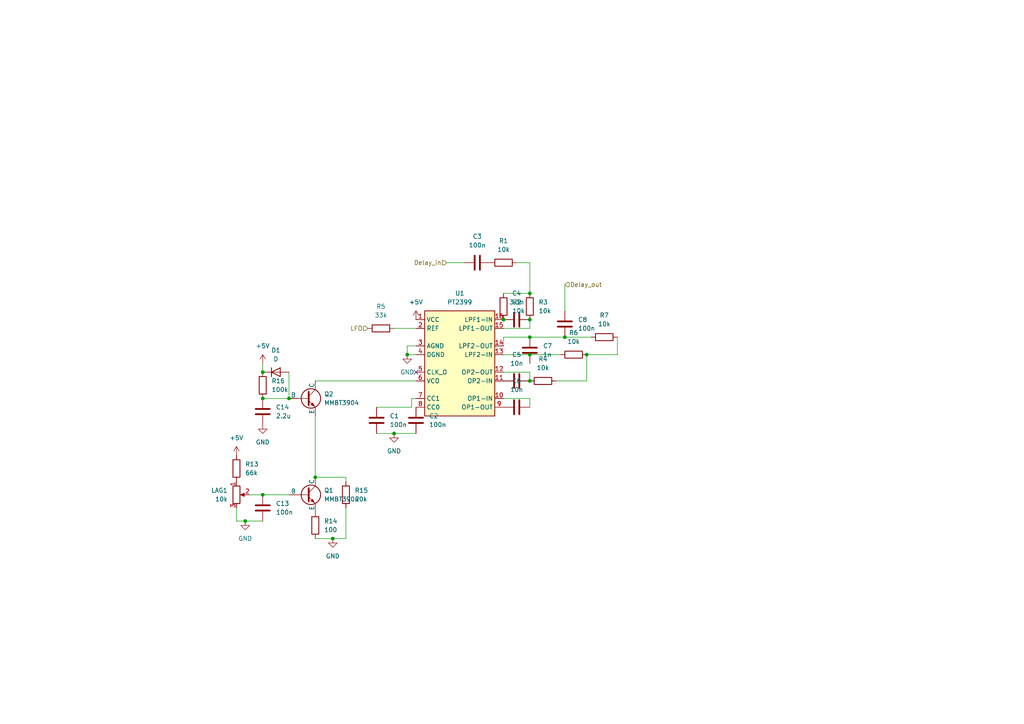
<source format=kicad_sch>
(kicad_sch (version 20231120) (generator "eeschema") (generator_version "8.0")
  (paper "A4")
  (lib_symbols
    (symbol "Audio:PT2399"
      (property "Reference" "U" (at 0 17.78 0))
      (property "Value" "PT2399" (at 0 -17.78 0))
      (symbol "PT2399_0_1"
        (rectangle (start -10.16 15.24) (end 10.16 -15.24) (stroke (width 0.254)) (fill (type background)))
      )
      (symbol "PT2399_1_1"
        (pin power_in line (at -12.7 12.7 0) (length 2.54) (name "VCC") (number "1"))
        (pin input line (at 12.7 -10.16 180) (length 2.54) (name "OP1-IN") (number "10"))
        (pin input line (at 12.7 -5.08 180) (length 2.54) (name "OP2-IN") (number "11"))
        (pin output line (at 12.7 -2.54 180) (length 2.54) (name "OP2-OUT") (number "12"))
        (pin input line (at 12.7 2.54 180) (length 2.54) (name "LPF2-IN") (number "13"))
        (pin output line (at 12.7 5.08 180) (length 2.54) (name "LPF2-OUT") (number "14"))
        (pin output line (at 12.7 10.16 180) (length 2.54) (name "LPF1-OUT") (number "15"))
        (pin input line (at 12.7 12.7 180) (length 2.54) (name "LPF1-IN") (number "16"))
        (pin passive line (at -12.7 10.16 0) (length 2.54) (name "REF") (number "2"))
        (pin power_in line (at -12.7 5.08 0) (length 2.54) (name "AGND") (number "3"))
        (pin power_in line (at -12.7 2.54 0) (length 2.54) (name "DGND") (number "4"))
        (pin passive line (at -12.7 -2.54 0) (length 2.54) (name "CLK_O") (number "5"))
        (pin passive line (at -12.7 -5.08 0) (length 2.54) (name "VCO") (number "6"))
        (pin passive line (at -12.7 -10.16 0) (length 2.54) (name "CC1") (number "7"))
        (pin passive line (at -12.7 -12.7 0) (length 2.54) (name "CC0") (number "8"))
        (pin output line (at 12.7 -12.7 180) (length 2.54) (name "OP1-OUT") (number "9"))
      )
    )
    (symbol "Device:C" (pin_numbers hide) (pin_names (offset 0.254))
      (property "Reference" "C" (at 0.635 2.54 0))
      (property "Value" "C" (at 0.635 -2.54 0))
      (symbol "C_0_1"
        (polyline (pts (xy -2.032 -0.762) (xy 2.032 -0.762)) (stroke (width 0.508)))
        (polyline (pts (xy -2.032 0.762) (xy 2.032 0.762)) (stroke (width 0.508)))
      )
      (symbol "C_1_1"
        (pin passive line (at 0 3.81 270) (length 2.794) (name "~") (number "1"))
        (pin passive line (at 0 -3.81 90) (length 2.794) (name "~") (number "2"))
      )
    )
    (symbol "Device:D" (pin_numbers hide) (pin_names (offset 1.016) hide)
      (property "Reference" "D" (at 0 2.54 0))
      (property "Value" "D" (at 0 -2.54 0))
      (symbol "D_0_1"
        (polyline (pts (xy -1.27 1.27) (xy -1.27 -1.27)) (stroke (width 0.254)))
        (polyline (pts (xy 1.27 0) (xy -1.27 0)))
        (polyline (pts (xy 1.27 1.27) (xy 1.27 -1.27) (xy -1.27 0) (xy 1.27 1.27)) (stroke (width 0.254)))
      )
      (symbol "D_1_1"
        (pin passive line (at -3.81 0 0) (length 2.54) (name "K") (number "1"))
        (pin passive line (at 3.81 0 180) (length 2.54) (name "A") (number "2"))
      )
    )
    (symbol "Device:R" (pin_numbers hide) (pin_names (offset 0))
      (property "Reference" "R" (at 2.032 0 90))
      (property "Value" "R" (at 0 0 90))
      (symbol "R_0_1"
        (rectangle (start -1.016 -2.54) (end 1.016 2.54) (stroke (width 0.254)))
      )
      (symbol "R_1_1"
        (pin passive line (at 0 3.81 270) (length 1.27) (name "~") (number "1"))
        (pin passive line (at 0 -3.81 90) (length 1.27) (name "~") (number "2"))
      )
    )
    (symbol "Device:R_Potentiometer" (pin_names (offset 1.016) hide)
      (property "Reference" "RV" (at -4.445 0 90))
      (property "Value" "R_Potentiometer" (at -2.54 0 90))
      (symbol "R_Potentiometer_0_1"
        (polyline (pts (xy 2.54 0) (xy 1.524 0)))
        (polyline (pts (xy 1.143 0) (xy 2.286 0.508) (xy 2.286 -0.508) (xy 1.143 0)) (fill (type outline)))
        (rectangle (start 1.016 2.54) (end -1.016 -2.54) (stroke (width 0.254)))
      )
      (symbol "R_Potentiometer_1_1"
        (pin passive line (at 0 3.81 270) (length 1.27) (name "1") (number "1"))
        (pin passive line (at 3.81 0 180) (length 1.27) (name "2") (number "2"))
        (pin passive line (at 0 -3.81 90) (length 1.27) (name "3") (number "3"))
      )
    )
    (symbol "Simulation_SPICE:NPN" (pin_numbers hide) (pin_names (offset 0))
      (property "Reference" "Q" (at -2.54 7.62 0))
      (property "Value" "NPN" (at -2.54 5.08 0))
      (symbol "NPN_0_1"
        (polyline (pts (xy -2.54 0) (xy 0.635 0)) (stroke (width 0.1524)))
        (polyline (pts (xy 0.635 0.635) (xy 2.54 2.54)))
        (polyline (pts (xy 2.794 -1.27) (xy 2.794 -1.27)) (stroke (width 0.1524)))
        (polyline (pts (xy 2.794 -1.27) (xy 2.794 -1.27)) (stroke (width 0.1524)))
        (polyline (pts (xy 0.635 -0.635) (xy 2.54 -2.54) (xy 2.54 -2.54)))
        (polyline (pts (xy 0.635 1.905) (xy 0.635 -1.905) (xy 0.635 -1.905)) (stroke (width 0.508)))
        (polyline (pts (xy 1.27 -1.778) (xy 1.778 -1.27) (xy 2.286 -2.286) (xy 1.27 -1.778) (xy 1.27 -1.778)) (fill (type outline)))
        (circle (center 1.27 0) (radius 2.8194) (stroke (width 0.254)))
      )
      (symbol "NPN_1_1"
        (pin open_collector line (at 2.54 5.08 270) (length 2.54) (name "C") (number "1"))
        (pin input line (at -5.08 0 0) (length 2.54) (name "B") (number "2"))
        (pin open_emitter line (at 2.54 -5.08 90) (length 2.54) (name "E") (number "3"))
      )
    )
    (symbol "power:+5V" (power) (pin_numbers hide) (pin_names (offset 0) hide)
      (property "Value" "+5V" (at 0 3.556 0))
      (symbol "+5V_0_1"
        (polyline (pts (xy -0.762 1.27) (xy 0 2.54)))
        (polyline (pts (xy 0 0) (xy 0 2.54)))
        (polyline (pts (xy 0 2.54) (xy 0.762 1.27)))
      )
      (symbol "+5V_1_1"
        (pin power_in line (at 0 0 90) (length 0) (name "~") (number "1"))
      )
    )
    (symbol "power:GND" (power) (pin_numbers hide) (pin_names (offset 0) hide)
      (property "Value" "GND" (at 0 -3.81 0))
      (symbol "GND_0_1"
        (polyline (pts (xy 0 0) (xy 0 -1.27) (xy 1.27 -1.27) (xy 0 -2.54) (xy -1.27 -1.27) (xy 0 -1.27)))
      )
      (symbol "GND_1_1"
        (pin power_in line (at 0 0 270) (length 0) (name "~") (number "1"))
      )
    )
  )
  (junction (at 170.18 102.87))
  (junction (at 91.44 138.43))
  (junction (at 114.3 125.73))
  (junction (at 96.52 156.21))
  (junction (at 153.67 92.71))
  (junction (at 146.05 92.71))
  (junction (at 118.11 102.87))
  (junction (at 76.2 107.95))
  (junction (at 76.2 143.51))
  (junction (at 153.67 97.79))
  (junction (at 153.67 110.49))
  (junction (at 153.67 85.09))
  (junction (at 83.82 115.57))
  (junction (at 163.83 97.79))
  (junction (at 153.67 102.87))
  (junction (at 76.2 115.57))
  (junction (at 71.12 151.13))
  (no_connect (at 120.65 107.95))
  (wire (pts (xy 146.05 107.95) (xy 153.67 107.95)))
  (wire (pts (xy 114.3 95.25) (xy 120.65 95.25)))
  (wire (pts (xy 119.38 118.11) (xy 119.38 115.57)))
  (wire (pts (xy 146.05 85.09) (xy 153.67 85.09)))
  (wire (pts (xy 179.07 102.87) (xy 170.18 102.87)))
  (wire (pts (xy 83.82 107.95) (xy 83.82 115.57)))
  (wire (pts (xy 153.67 107.95) (xy 153.67 110.49)))
  (wire (pts (xy 163.83 90.17) (xy 163.83 82.55)))
  (wire (pts (xy 68.58 151.13) (xy 68.58 147.32)))
  (wire (pts (xy 100.33 147.32) (xy 100.33 156.21)))
  (wire (pts (xy 170.18 110.49) (xy 161.29 110.49)))
  (wire (pts (xy 163.83 97.79) (xy 171.45 97.79)))
  (wire (pts (xy 162.56 102.87) (xy 153.67 102.87)))
  (wire (pts (xy 114.3 125.73) (xy 120.65 125.73)))
  (wire (pts (xy 71.12 151.13) (xy 68.58 151.13)))
  (wire (pts (xy 100.33 138.43) (xy 91.44 138.43)))
  (wire (pts (xy 118.11 102.87) (xy 120.65 102.87)))
  (wire (pts (xy 179.07 97.79) (xy 179.07 102.87)))
  (wire (pts (xy 100.33 156.21) (xy 96.52 156.21)))
  (wire (pts (xy 76.2 143.51) (xy 72.39 143.51)))
  (wire (pts (xy 76.2 115.57) (xy 83.82 115.57)))
  (wire (pts (xy 153.67 115.57) (xy 146.05 115.57)))
  (wire (pts (xy 129.54 76.2) (xy 134.62 76.2)))
  (wire (pts (xy 91.44 110.49) (xy 120.65 110.49)))
  (wire (pts (xy 76.2 151.13) (xy 71.12 151.13)))
  (wire (pts (xy 109.22 125.73) (xy 114.3 125.73)))
  (wire (pts (xy 153.67 95.25) (xy 153.67 92.71)))
  (wire (pts (xy 146.05 97.79) (xy 146.05 100.33)))
  (wire (pts (xy 100.33 139.7) (xy 100.33 138.43)))
  (wire (pts (xy 170.18 102.87) (xy 170.18 110.49)))
  (wire (pts (xy 153.67 97.79) (xy 146.05 97.79)))
  (wire (pts (xy 76.2 105.41) (xy 76.2 107.95)))
  (wire (pts (xy 153.67 97.79) (xy 163.83 97.79)))
  (wire (pts (xy 153.67 102.87) (xy 146.05 102.87)))
  (wire (pts (xy 120.65 100.33) (xy 118.11 100.33)))
  (wire (pts (xy 109.22 118.11) (xy 119.38 118.11)))
  (wire (pts (xy 146.05 95.25) (xy 153.67 95.25)))
  (wire (pts (xy 91.44 120.65) (xy 91.44 138.43)))
  (wire (pts (xy 118.11 102.87) (xy 118.11 100.33)))
  (wire (pts (xy 153.67 76.2) (xy 153.67 85.09)))
  (wire (pts (xy 83.82 143.51) (xy 76.2 143.51)))
  (wire (pts (xy 96.52 156.21) (xy 91.44 156.21)))
  (wire (pts (xy 119.38 115.57) (xy 120.65 115.57)))
  (wire (pts (xy 149.86 76.2) (xy 153.67 76.2)))
  (wire (pts (xy 153.67 105.41) (xy 153.67 102.87)))
  (wire (pts (xy 153.67 118.11) (xy 153.67 115.57)))
  (hierarchical_label "Delay_out" (shape input) (at 163.83 82.55 0))
  (hierarchical_label "LFO" (shape input) (at 106.68 95.25 180))
  (hierarchical_label "Delay_in" (shape input) (at 129.54 76.2 180))
  (symbol (lib_id "Device:R") (at 110.49 95.25 90) (unit 1)
    (property "Reference" "R5" (at 110.49 88.9 90))
    (property "Value" "33k" (at 110.49 91.44 90))
    (property "Footprint" "Resistor_SMD:R_0805_2012Metric" (effects (hide yes)))
    (property "Description" "Resistor" (effects (hide yes)))
  )
  (symbol (lib_id "Device:C") (at 109.22 121.92 0) (unit 1)
    (property "Reference" "C1" (at 113.03 120.6499 0) (effects (justify left)))
    (property "Value" "100n" (at 113.03 123.1899 0) (effects (justify left)))
    (property "Footprint" "Capacitor_SMD:C_0805_2012Metric" (effects (hide yes)))
    (property "Description" "Unpolarized capacitor" (effects (hide yes)))
  )
  (symbol (lib_id "Device:R") (at 157.48 110.49 90) (unit 1)
    (property "Reference" "R4" (at 157.48 104.14 90))
    (property "Value" "10k" (at 157.48 106.68 90))
    (property "Footprint" "Resistor_SMD:R_0805_2012Metric" (effects (hide yes)))
    (property "Description" "Resistor" (effects (hide yes)))
  )
  (symbol (lib_id "Device:C") (at 76.2 147.32 0) (unit 1)
    (property "Reference" "C13" (at 80.01 146.0499 0) (effects (justify left)))
    (property "Value" "100n" (at 80.01 148.5899 0) (effects (justify left)))
    (property "Footprint" "Capacitor_SMD:C_0805_2012Metric" (effects (hide yes)))
    (property "Description" "Unpolarized capacitor" (effects (hide yes)))
  )
  (symbol (lib_id "Device:R") (at 91.44 152.4 180) (unit 1)
    (property "Reference" "R14" (at 93.98 151.1299 0) (effects (justify right)))
    (property "Value" "100" (at 93.98 153.6699 0) (effects (justify right)))
    (property "Footprint" "Resistor_SMD:R_0805_2012Metric" (effects (hide yes)))
    (property "Description" "Resistor" (effects (hide yes)))
  )
  (symbol (lib_id "Device:C") (at 153.67 101.6 180) (unit 1)
    (property "Reference" "C7" (at 157.48 100.3299 0) (effects (justify right)))
    (property "Value" "1n" (at 157.48 102.8699 0) (effects (justify right)))
    (property "Footprint" "Capacitor_SMD:C_0805_2012Metric" (effects (hide yes)))
    (property "Description" "Unpolarized capacitor" (effects (hide yes)))
  )
  (symbol (lib_id "power:GND") (at 76.2 123.19 0) (unit 1)
    (property "Reference" "#PWR011" (effects (hide yes)))
    (property "Value" "GND" (at 76.2 128.27 0))
    (property "Description" "Power symbol creates a global label with name \"GND\" , ground" (effects (hide yes)))
  )
  (symbol (lib_id "Device:R") (at 146.05 76.2 270) (unit 1)
    (property "Reference" "R1" (at 146.05 69.85 90))
    (property "Value" "10k" (at 146.05 72.39 90))
    (property "Footprint" "Resistor_SMD:R_0805_2012Metric" (effects (hide yes)))
    (property "Description" "Resistor" (effects (hide yes)))
  )
  (symbol (lib_id "Device:D") (at 80.01 107.95 0) (unit 1)
    (property "Reference" "D1" (at 80.01 101.6 0))
    (property "Value" "D" (at 80.01 104.14 0))
    (property "Footprint" "Diode_SMD:D_0603_1608Metric" (effects (hide yes)))
    (property "Description" "Diode" (effects (hide yes)))
    (property "Sim.Device" "D" (effects (hide yes)))
    (property "Sim.Pins" "1=K 2=A" (effects (hide yes)))
  )
  (symbol (lib_id "power:GND") (at 118.11 102.87 0) (unit 1)
    (property "Reference" "#PWR02" (effects (hide yes)))
    (property "Value" "GND" (at 118.11 107.95 0))
    (property "Description" "Power symbol creates a global label with name \"GND\" , ground" (effects (hide yes)))
  )
  (symbol (lib_id "power:GND") (at 96.52 156.21 0) (unit 1)
    (property "Reference" "#PWR010" (effects (hide yes)))
    (property "Value" "GND" (at 96.52 161.29 0))
    (property "Description" "Power symbol creates a global label with name \"GND\" , ground" (effects (hide yes)))
  )
  (symbol (lib_id "Device:C") (at 76.2 119.38 0) (unit 1)
    (property "Reference" "C14" (at 80.01 118.1099 0) (effects (justify left)))
    (property "Value" "2.2u" (at 80.01 120.6499 0) (effects (justify left)))
    (property "Footprint" "Capacitor_SMD:C_0805_2012Metric" (effects (hide yes)))
    (property "Description" "Unpolarized capacitor" (effects (hide yes)))
  )
  (symbol (lib_id "power:GND") (at 114.3 125.73 0) (unit 1)
    (property "Reference" "#PWR01" (effects (hide yes)))
    (property "Value" "GND" (at 114.3 130.81 0))
    (property "Description" "Power symbol creates a global label with name \"GND\" , ground" (effects (hide yes)))
  )
  (symbol (lib_id "Device:R") (at 100.33 143.51 180) (unit 1)
    (property "Reference" "R15" (at 102.87 142.2399 0) (effects (justify right)))
    (property "Value" "20k" (at 102.87 144.7799 0) (effects (justify right)))
    (property "Footprint" "Resistor_SMD:R_0805_2012Metric" (effects (hide yes)))
    (property "Description" "Resistor" (effects (hide yes)))
  )
  (symbol (lib_id "Device:R") (at 166.37 102.87 90) (unit 1)
    (property "Reference" "R6" (at 166.37 96.52 90))
    (property "Value" "10k" (at 166.37 99.06 90))
    (property "Footprint" "Resistor_SMD:R_0805_2012Metric" (effects (hide yes)))
    (property "Description" "Resistor" (effects (hide yes)))
  )
  (symbol (lib_id "power:+5V") (at 120.65 92.71 0) (unit 1)
    (property "Reference" "#PWR03" (effects (hide yes)))
    (property "Value" "+5V" (at 120.65 87.63 0))
    (property "Description" "Power symbol creates a global label with name \"+5V\"" (effects (hide yes)))
  )
  (symbol (lib_id "Device:C") (at 163.83 93.98 0) (unit 1)
    (property "Reference" "C8" (at 167.64 92.7099 0) (effects (justify left)))
    (property "Value" "100n" (at 167.64 95.2499 0) (effects (justify left)))
    (property "Footprint" "Capacitor_SMD:C_0805_2012Metric" (effects (hide yes)))
    (property "Description" "Unpolarized capacitor" (effects (hide yes)))
  )
  (symbol (lib_id "Device:C") (at 149.86 110.49 90) (unit 1)
    (property "Reference" "C5" (at 149.86 102.87 90))
    (property "Value" "10n" (at 149.86 105.41 90))
    (property "Footprint" "Capacitor_SMD:C_0805_2012Metric" (effects (hide yes)))
    (property "Description" "Unpolarized capacitor" (effects (hide yes)))
  )
  (symbol (lib_id "Device:R") (at 76.2 111.76 180) (unit 1)
    (property "Reference" "R16" (at 78.74 110.4899 0) (effects (justify right)))
    (property "Value" "100k" (at 78.74 113.0299 0) (effects (justify right)))
    (property "Footprint" "Resistor_SMD:R_0805_2012Metric" (effects (hide yes)))
    (property "Description" "Resistor" (effects (hide yes)))
  )
  (symbol (lib_id "Device:C") (at 149.86 92.71 270) (unit 1)
    (property "Reference" "C4" (at 149.86 85.09 90))
    (property "Value" "3.3n" (at 149.86 87.63 90))
    (property "Footprint" "Capacitor_SMD:C_0805_2012Metric" (effects (hide yes)))
    (property "Description" "Unpolarized capacitor" (effects (hide yes)))
  )
  (symbol (lib_id "Device:R") (at 175.26 97.79 90) (unit 1)
    (property "Reference" "R7" (at 175.26 91.44 90))
    (property "Value" "10k" (at 175.26 93.98 90))
    (property "Footprint" "Resistor_SMD:R_0805_2012Metric" (effects (hide yes)))
    (property "Description" "Resistor" (effects (hide yes)))
  )
  (symbol (lib_id "Simulation_SPICE:NPN") (at 88.9 143.51 0) (unit 1)
    (property "Reference" "Q1" (at 93.98 142.2399 0) (effects (justify left)))
    (property "Value" "MMBT3904" (at 93.98 144.7799 0) (effects (justify left)))
    (property "Footprint" "Package_TO_SOT_SMD:SOT-23-3" (effects (hide yes)))
    (property "Datasheet" "https://ngspice.sourceforge.io/docs/ngspice-html-manual/manual.xhtml#cha_BJTs" (effects (hide yes)))
    (property "Description" "Bipolar transistor symbol for simulation only, substrate tied to the emitter" (effects (hide yes)))
    (property "Sim.Device" "NPN" (effects (hide yes)))
    (property "Sim.Type" "GUMMELPOON" (effects (hide yes)))
    (property "Sim.Pins" "1=C 2=B 3=E" (effects (hide yes)))
  )
  (symbol (lib_id "Audio:PT2399") (at 133.35 105.41 0) (unit 1)
    (property "Reference" "U1" (at 133.35 85.09 0))
    (property "Value" "PT2399" (at 133.35 87.63 0))
    (property "Footprint" "Package_DIP:DIP-16_W7.62mm_SMDSocket_SmallPads" (effects (hide yes)))
    (property "Datasheet" "http://www.princeton.com.tw/Portals/0/Product/PT2399_1.pdf" (effects (hide yes)))
    (property "Description" "Echo Processor IC, DIP-16" (effects (hide yes)))
  )
  (symbol (lib_id "power:+5V") (at 68.58 132.08 0) (unit 1)
    (property "Reference" "#PWR09" (effects (hide yes)))
    (property "Value" "+5V" (at 68.58 127 0))
    (property "Description" "Power symbol creates a global label with name \"+5V\"" (effects (hide yes)))
  )
  (symbol (lib_id "Device:C") (at 120.65 121.92 0) (unit 1)
    (property "Reference" "C2" (at 124.46 120.6499 0) (effects (justify left)))
    (property "Value" "100n" (at 124.46 123.1899 0) (effects (justify left)))
    (property "Footprint" "Capacitor_SMD:C_0805_2012Metric" (effects (hide yes)))
    (property "Description" "Unpolarized capacitor" (effects (hide yes)))
  )
  (symbol (lib_id "Device:C") (at 138.43 76.2 270) (unit 1)
    (property "Reference" "C3" (at 138.43 68.58 90))
    (property "Value" "100n" (at 138.43 71.12 90))
    (property "Footprint" "Capacitor_SMD:C_0805_2012Metric" (effects (hide yes)))
    (property "Description" "Unpolarized capacitor" (effects (hide yes)))
  )
  (symbol (lib_id "Device:R") (at 153.67 88.9 180) (unit 1)
    (property "Reference" "R3" (at 156.21 87.6299 0) (effects (justify right)))
    (property "Value" "10k" (at 156.21 90.1699 0) (effects (justify right)))
    (property "Footprint" "Resistor_SMD:R_0805_2012Metric" (effects (hide yes)))
    (property "Description" "Resistor" (effects (hide yes)))
  )
  (symbol (lib_id "power:GND") (at 71.12 151.13 0) (unit 1)
    (property "Reference" "#PWR08" (effects (hide yes)))
    (property "Value" "GND" (at 71.12 156.21 0))
    (property "Description" "Power symbol creates a global label with name \"GND\" , ground" (effects (hide yes)))
  )
  (symbol (lib_id "Device:R") (at 146.05 88.9 180) (unit 1)
    (property "Reference" "R2" (at 148.59 87.6299 0) (effects (justify right)))
    (property "Value" "10k" (at 148.59 90.1699 0) (effects (justify right)))
    (property "Footprint" "Resistor_SMD:R_0805_2012Metric" (effects (hide yes)))
    (property "Description" "Resistor" (effects (hide yes)))
  )
  (symbol (lib_id "Device:R") (at 68.58 135.89 180) (unit 1)
    (property "Reference" "R13" (at 71.12 134.6199 0) (effects (justify right)))
    (property "Value" "66k" (at 71.12 137.1599 0) (effects (justify right)))
    (property "Footprint" "Resistor_SMD:R_0805_2012Metric" (effects (hide yes)))
    (property "Description" "Resistor" (effects (hide yes)))
  )
  (symbol (lib_id "Simulation_SPICE:NPN") (at 88.9 115.57 0) (unit 1)
    (property "Reference" "Q2" (at 93.98 114.2999 0) (effects (justify left)))
    (property "Value" "MMBT3904" (at 93.98 116.8399 0) (effects (justify left)))
    (property "Footprint" "Package_TO_SOT_SMD:SOT-23-3" (effects (hide yes)))
    (property "Datasheet" "https://ngspice.sourceforge.io/docs/ngspice-html-manual/manual.xhtml#cha_BJTs" (effects (hide yes)))
    (property "Description" "Bipolar transistor symbol for simulation only, substrate tied to the emitter" (effects (hide yes)))
    (property "Sim.Device" "NPN" (effects (hide yes)))
    (property "Sim.Type" "GUMMELPOON" (effects (hide yes)))
    (property "Sim.Pins" "1=C 2=B 3=E" (effects (hide yes)))
  )
  (symbol (lib_id "Device:C") (at 149.86 118.11 90) (unit 1)
    (property "Reference" "C6" (at 149.86 110.49 90))
    (property "Value" "10n" (at 149.86 113.03 90))
    (property "Footprint" "Capacitor_SMD:C_0805_2012Metric" (effects (hide yes)))
    (property "Description" "Unpolarized capacitor" (effects (hide yes)))
  )
  (symbol (lib_id "Device:R_Potentiometer") (at 68.58 143.51 0) (unit 1)
    (property "Reference" "LAG1" (at 66.04 142.2399 0) (effects (justify right)))
    (property "Value" "10k" (at 66.04 144.7799 0) (effects (justify right)))
    (property "Footprint" "Potentiometer_THT:Potentiometer_Alpha_RD902F-40-00D_Dual_Vertical" (effects (hide yes)))
    (property "Description" "Potentiometer" (effects (hide yes)))
  )
  (symbol (lib_id "power:+5V") (at 76.2 105.41 0) (unit 1)
    (property "Reference" "#PWR012" (effects (hide yes)))
    (property "Value" "+5V" (at 76.2 100.33 0))
    (property "Description" "Power symbol creates a global label with name \"+5V\"" (effects (hide yes)))
  )
)
</source>
